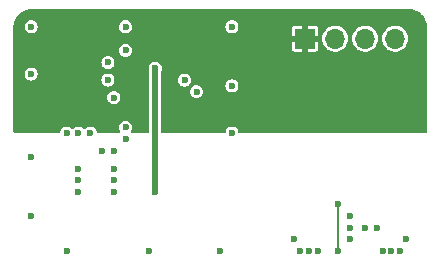
<source format=gbl>
G04 #@! TF.GenerationSoftware,KiCad,Pcbnew,8.0.8*
G04 #@! TF.CreationDate,2025-05-21T17:39:24-04:00*
G04 #@! TF.ProjectId,project-TPS62933-breakout,70726f6a-6563-4742-9d54-505336323933,rev?*
G04 #@! TF.SameCoordinates,Original*
G04 #@! TF.FileFunction,Copper,L4,Bot*
G04 #@! TF.FilePolarity,Positive*
%FSLAX46Y46*%
G04 Gerber Fmt 4.6, Leading zero omitted, Abs format (unit mm)*
G04 Created by KiCad (PCBNEW 8.0.8) date 2025-05-21 17:39:24*
%MOMM*%
%LPD*%
G01*
G04 APERTURE LIST*
G04 #@! TA.AperFunction,ComponentPad*
%ADD10R,1.700000X1.700000*%
G04 #@! TD*
G04 #@! TA.AperFunction,ComponentPad*
%ADD11O,1.700000X1.700000*%
G04 #@! TD*
G04 #@! TA.AperFunction,ViaPad*
%ADD12C,0.600000*%
G04 #@! TD*
G04 #@! TA.AperFunction,Conductor*
%ADD13C,0.200000*%
G04 #@! TD*
G04 #@! TA.AperFunction,Conductor*
%ADD14C,0.500000*%
G04 #@! TD*
G04 APERTURE END LIST*
D10*
X48200000Y-21000000D03*
D11*
X50740000Y-21000000D03*
X53280000Y-21000000D03*
X55820000Y-21000000D03*
D12*
X32000000Y-26000000D03*
X31500000Y-23000000D03*
X56250000Y-39000000D03*
X56750000Y-38000000D03*
X54750000Y-39000000D03*
X32000000Y-34000000D03*
X25000000Y-36000000D03*
X54250000Y-37000000D03*
X25000000Y-31000000D03*
X31500000Y-24500000D03*
X33000000Y-29500000D03*
X32000000Y-32000000D03*
X25000000Y-20000000D03*
X30000000Y-29000000D03*
X29000000Y-34000000D03*
X29000000Y-33000000D03*
X52000000Y-36000000D03*
X42000000Y-29000000D03*
X32000000Y-30500000D03*
X25000000Y-24000000D03*
X35000000Y-39000000D03*
X52000000Y-37000000D03*
X33000000Y-22000000D03*
X47750000Y-39000000D03*
X47250000Y-38000000D03*
X39000000Y-25500000D03*
X53250000Y-37000000D03*
X29000000Y-32000000D03*
X48500000Y-39000000D03*
X42000000Y-25000000D03*
X28000000Y-29000000D03*
X52000000Y-38000000D03*
X33000000Y-20000000D03*
X41000000Y-39000000D03*
X33000000Y-28500000D03*
X29000000Y-29000000D03*
X31000000Y-30500000D03*
X32000000Y-33000000D03*
X49250000Y-39000000D03*
X42000000Y-20000000D03*
X55500000Y-39000000D03*
X38000000Y-24500000D03*
X28000000Y-39000000D03*
X35500000Y-34000000D03*
X51000000Y-39000000D03*
X35500000Y-23500000D03*
X51000000Y-35000000D03*
X27000000Y-26000000D03*
X25000000Y-28000000D03*
X25000000Y-27000000D03*
X27000000Y-27000000D03*
X26000000Y-28000000D03*
X26000000Y-27000000D03*
X25000000Y-26000000D03*
X26000000Y-26000000D03*
X27000000Y-28000000D03*
D13*
X51000000Y-35000000D02*
X51000000Y-39000000D01*
D14*
X35500000Y-23500000D02*
X35500000Y-34000000D01*
G04 #@! TA.AperFunction,Conductor*
G36*
X57004418Y-18500816D02*
G01*
X57204561Y-18515130D01*
X57222063Y-18517647D01*
X57413797Y-18559355D01*
X57430755Y-18564334D01*
X57614609Y-18632909D01*
X57630701Y-18640259D01*
X57802904Y-18734288D01*
X57817784Y-18743849D01*
X57974867Y-18861441D01*
X57988237Y-18873027D01*
X58126972Y-19011762D01*
X58138558Y-19025132D01*
X58256146Y-19182210D01*
X58265711Y-19197095D01*
X58359740Y-19369298D01*
X58367090Y-19385390D01*
X58435662Y-19569236D01*
X58440646Y-19586212D01*
X58482351Y-19777931D01*
X58484869Y-19795442D01*
X58499184Y-19995580D01*
X58499500Y-20004427D01*
X58499500Y-28876000D01*
X58479815Y-28943039D01*
X58427011Y-28988794D01*
X58375500Y-29000000D01*
X42663995Y-29000000D01*
X42596956Y-28980315D01*
X42551201Y-28927511D01*
X42541056Y-28892187D01*
X42540571Y-28888507D01*
X42536330Y-28856291D01*
X42480861Y-28722375D01*
X42392621Y-28607379D01*
X42277625Y-28519139D01*
X42277624Y-28519138D01*
X42277622Y-28519137D01*
X42143712Y-28463671D01*
X42143710Y-28463670D01*
X42143709Y-28463670D01*
X42071854Y-28454210D01*
X42000001Y-28444750D01*
X41999999Y-28444750D01*
X41856291Y-28463670D01*
X41856287Y-28463671D01*
X41722377Y-28519137D01*
X41607379Y-28607379D01*
X41519137Y-28722377D01*
X41463671Y-28856287D01*
X41463670Y-28856291D01*
X41458944Y-28892187D01*
X41430677Y-28956083D01*
X41372352Y-28994553D01*
X41336005Y-29000000D01*
X36124500Y-29000000D01*
X36057461Y-28980315D01*
X36011706Y-28927511D01*
X36000500Y-28876000D01*
X36000500Y-25499999D01*
X38444750Y-25499999D01*
X38444750Y-25500000D01*
X38463670Y-25643708D01*
X38463671Y-25643712D01*
X38519137Y-25777622D01*
X38519138Y-25777624D01*
X38519139Y-25777625D01*
X38607379Y-25892621D01*
X38722375Y-25980861D01*
X38856291Y-26036330D01*
X38983280Y-26053048D01*
X38999999Y-26055250D01*
X39000000Y-26055250D01*
X39000001Y-26055250D01*
X39014977Y-26053278D01*
X39143709Y-26036330D01*
X39277625Y-25980861D01*
X39392621Y-25892621D01*
X39480861Y-25777625D01*
X39536330Y-25643709D01*
X39555250Y-25500000D01*
X39536330Y-25356291D01*
X39480861Y-25222375D01*
X39392621Y-25107379D01*
X39277625Y-25019139D01*
X39277624Y-25019138D01*
X39277622Y-25019137D01*
X39231418Y-24999999D01*
X41444750Y-24999999D01*
X41444750Y-25000000D01*
X41463670Y-25143708D01*
X41463671Y-25143712D01*
X41519137Y-25277622D01*
X41519138Y-25277624D01*
X41519139Y-25277625D01*
X41607379Y-25392621D01*
X41722375Y-25480861D01*
X41856291Y-25536330D01*
X41983280Y-25553048D01*
X41999999Y-25555250D01*
X42000000Y-25555250D01*
X42000001Y-25555250D01*
X42014977Y-25553278D01*
X42143709Y-25536330D01*
X42277625Y-25480861D01*
X42392621Y-25392621D01*
X42480861Y-25277625D01*
X42536330Y-25143709D01*
X42555250Y-25000000D01*
X42536330Y-24856291D01*
X42480861Y-24722375D01*
X42392621Y-24607379D01*
X42277625Y-24519139D01*
X42277624Y-24519138D01*
X42277622Y-24519137D01*
X42143712Y-24463671D01*
X42143710Y-24463670D01*
X42143709Y-24463670D01*
X42071854Y-24454210D01*
X42000001Y-24444750D01*
X41999999Y-24444750D01*
X41856291Y-24463670D01*
X41856287Y-24463671D01*
X41722377Y-24519137D01*
X41607379Y-24607379D01*
X41519137Y-24722377D01*
X41463671Y-24856287D01*
X41463670Y-24856291D01*
X41444750Y-24999999D01*
X39231418Y-24999999D01*
X39143712Y-24963671D01*
X39143710Y-24963670D01*
X39143709Y-24963670D01*
X39071854Y-24954210D01*
X39000001Y-24944750D01*
X38999999Y-24944750D01*
X38856291Y-24963670D01*
X38856287Y-24963671D01*
X38722377Y-25019137D01*
X38607379Y-25107379D01*
X38519137Y-25222377D01*
X38463671Y-25356287D01*
X38463670Y-25356291D01*
X38444750Y-25499999D01*
X36000500Y-25499999D01*
X36000500Y-24499999D01*
X37444750Y-24499999D01*
X37444750Y-24500000D01*
X37463670Y-24643708D01*
X37463671Y-24643712D01*
X37519137Y-24777622D01*
X37519138Y-24777624D01*
X37519139Y-24777625D01*
X37607379Y-24892621D01*
X37722375Y-24980861D01*
X37856291Y-25036330D01*
X37983280Y-25053048D01*
X37999999Y-25055250D01*
X38000000Y-25055250D01*
X38000001Y-25055250D01*
X38014977Y-25053278D01*
X38143709Y-25036330D01*
X38277625Y-24980861D01*
X38392621Y-24892621D01*
X38480861Y-24777625D01*
X38536330Y-24643709D01*
X38555250Y-24500000D01*
X38536330Y-24356291D01*
X38480861Y-24222375D01*
X38392621Y-24107379D01*
X38277625Y-24019139D01*
X38277624Y-24019138D01*
X38277622Y-24019137D01*
X38143712Y-23963671D01*
X38143710Y-23963670D01*
X38143709Y-23963670D01*
X38071854Y-23954210D01*
X38000001Y-23944750D01*
X37999999Y-23944750D01*
X37856291Y-23963670D01*
X37856287Y-23963671D01*
X37722377Y-24019137D01*
X37607379Y-24107379D01*
X37519137Y-24222377D01*
X37463671Y-24356287D01*
X37463670Y-24356291D01*
X37444750Y-24499999D01*
X36000500Y-24499999D01*
X36000500Y-23754875D01*
X36009939Y-23707422D01*
X36036330Y-23643709D01*
X36055250Y-23500000D01*
X36036330Y-23356291D01*
X35980861Y-23222375D01*
X35892621Y-23107379D01*
X35777625Y-23019139D01*
X35777624Y-23019138D01*
X35777622Y-23019137D01*
X35643712Y-22963671D01*
X35643710Y-22963670D01*
X35643709Y-22963670D01*
X35571854Y-22954210D01*
X35500001Y-22944750D01*
X35499999Y-22944750D01*
X35356291Y-22963670D01*
X35356287Y-22963671D01*
X35222377Y-23019137D01*
X35107379Y-23107379D01*
X35019137Y-23222377D01*
X34963671Y-23356287D01*
X34963670Y-23356291D01*
X34944750Y-23499999D01*
X34944750Y-23500000D01*
X34963670Y-23643708D01*
X34963670Y-23643709D01*
X34990061Y-23707422D01*
X34999500Y-23754875D01*
X34999500Y-28876000D01*
X34979815Y-28943039D01*
X34927011Y-28988794D01*
X34875500Y-29000000D01*
X33561674Y-29000000D01*
X33494635Y-28980315D01*
X33448880Y-28927511D01*
X33438936Y-28858353D01*
X33463298Y-28800514D01*
X33468665Y-28793518D01*
X33480861Y-28777625D01*
X33536330Y-28643709D01*
X33555250Y-28500000D01*
X33536330Y-28356291D01*
X33480861Y-28222375D01*
X33392621Y-28107379D01*
X33277625Y-28019139D01*
X33277624Y-28019138D01*
X33277622Y-28019137D01*
X33143712Y-27963671D01*
X33143710Y-27963670D01*
X33143709Y-27963670D01*
X33071854Y-27954210D01*
X33000001Y-27944750D01*
X32999999Y-27944750D01*
X32856291Y-27963670D01*
X32856287Y-27963671D01*
X32722377Y-28019137D01*
X32607379Y-28107379D01*
X32519137Y-28222377D01*
X32463671Y-28356287D01*
X32463670Y-28356291D01*
X32444750Y-28499999D01*
X32444750Y-28500000D01*
X32463670Y-28643708D01*
X32463671Y-28643712D01*
X32519138Y-28777623D01*
X32519139Y-28777625D01*
X32536702Y-28800514D01*
X32561896Y-28865684D01*
X32547857Y-28934128D01*
X32499043Y-28984118D01*
X32438326Y-29000000D01*
X30663995Y-29000000D01*
X30596956Y-28980315D01*
X30551201Y-28927511D01*
X30541056Y-28892187D01*
X30540571Y-28888507D01*
X30536330Y-28856291D01*
X30480861Y-28722375D01*
X30392621Y-28607379D01*
X30277625Y-28519139D01*
X30277624Y-28519138D01*
X30277622Y-28519137D01*
X30143712Y-28463671D01*
X30143710Y-28463670D01*
X30143709Y-28463670D01*
X30071854Y-28454210D01*
X30000001Y-28444750D01*
X29999999Y-28444750D01*
X29856291Y-28463670D01*
X29856287Y-28463671D01*
X29722377Y-28519137D01*
X29664877Y-28563259D01*
X29607379Y-28607379D01*
X29607378Y-28607380D01*
X29607377Y-28607381D01*
X29598375Y-28619113D01*
X29541947Y-28660316D01*
X29472201Y-28664470D01*
X29411281Y-28630257D01*
X29401625Y-28619113D01*
X29399782Y-28616711D01*
X29392621Y-28607379D01*
X29277625Y-28519139D01*
X29277624Y-28519138D01*
X29277622Y-28519137D01*
X29143712Y-28463671D01*
X29143710Y-28463670D01*
X29143709Y-28463670D01*
X29071854Y-28454210D01*
X29000001Y-28444750D01*
X28999999Y-28444750D01*
X28856291Y-28463670D01*
X28856287Y-28463671D01*
X28722377Y-28519137D01*
X28664877Y-28563259D01*
X28607379Y-28607379D01*
X28607378Y-28607380D01*
X28607377Y-28607381D01*
X28598375Y-28619113D01*
X28541947Y-28660316D01*
X28472201Y-28664470D01*
X28411281Y-28630257D01*
X28401625Y-28619113D01*
X28399782Y-28616711D01*
X28392621Y-28607379D01*
X28277625Y-28519139D01*
X28277624Y-28519138D01*
X28277622Y-28519137D01*
X28143712Y-28463671D01*
X28143710Y-28463670D01*
X28143709Y-28463670D01*
X28071854Y-28454210D01*
X28000001Y-28444750D01*
X27999999Y-28444750D01*
X27856291Y-28463670D01*
X27856287Y-28463671D01*
X27722377Y-28519137D01*
X27607379Y-28607379D01*
X27519137Y-28722377D01*
X27463671Y-28856287D01*
X27463670Y-28856291D01*
X27458944Y-28892187D01*
X27430677Y-28956083D01*
X27372352Y-28994553D01*
X27336005Y-29000000D01*
X23624500Y-29000000D01*
X23557461Y-28980315D01*
X23511706Y-28927511D01*
X23500500Y-28876000D01*
X23500500Y-25999999D01*
X31444750Y-25999999D01*
X31444750Y-26000000D01*
X31463670Y-26143708D01*
X31463671Y-26143712D01*
X31519137Y-26277622D01*
X31519138Y-26277624D01*
X31519139Y-26277625D01*
X31607379Y-26392621D01*
X31722375Y-26480861D01*
X31856291Y-26536330D01*
X31983280Y-26553048D01*
X31999999Y-26555250D01*
X32000000Y-26555250D01*
X32000001Y-26555250D01*
X32014977Y-26553278D01*
X32143709Y-26536330D01*
X32277625Y-26480861D01*
X32392621Y-26392621D01*
X32480861Y-26277625D01*
X32536330Y-26143709D01*
X32555250Y-26000000D01*
X32536330Y-25856291D01*
X32480861Y-25722375D01*
X32392621Y-25607379D01*
X32277625Y-25519139D01*
X32277624Y-25519138D01*
X32277622Y-25519137D01*
X32143712Y-25463671D01*
X32143710Y-25463670D01*
X32143709Y-25463670D01*
X32071854Y-25454210D01*
X32000001Y-25444750D01*
X31999999Y-25444750D01*
X31856291Y-25463670D01*
X31856287Y-25463671D01*
X31722377Y-25519137D01*
X31607379Y-25607379D01*
X31519137Y-25722377D01*
X31463671Y-25856287D01*
X31463670Y-25856291D01*
X31444750Y-25999999D01*
X23500500Y-25999999D01*
X23500500Y-23999999D01*
X24444750Y-23999999D01*
X24444750Y-24000000D01*
X24463670Y-24143708D01*
X24463671Y-24143712D01*
X24519137Y-24277622D01*
X24519138Y-24277624D01*
X24519139Y-24277625D01*
X24607379Y-24392621D01*
X24722375Y-24480861D01*
X24856291Y-24536330D01*
X24983280Y-24553048D01*
X24999999Y-24555250D01*
X25000000Y-24555250D01*
X25000001Y-24555250D01*
X25014977Y-24553278D01*
X25143709Y-24536330D01*
X25231421Y-24499999D01*
X30944750Y-24499999D01*
X30944750Y-24500000D01*
X30963670Y-24643708D01*
X30963671Y-24643712D01*
X31019137Y-24777622D01*
X31019138Y-24777624D01*
X31019139Y-24777625D01*
X31107379Y-24892621D01*
X31222375Y-24980861D01*
X31356291Y-25036330D01*
X31483280Y-25053048D01*
X31499999Y-25055250D01*
X31500000Y-25055250D01*
X31500001Y-25055250D01*
X31514977Y-25053278D01*
X31643709Y-25036330D01*
X31777625Y-24980861D01*
X31892621Y-24892621D01*
X31980861Y-24777625D01*
X32036330Y-24643709D01*
X32055250Y-24500000D01*
X32036330Y-24356291D01*
X31980861Y-24222375D01*
X31892621Y-24107379D01*
X31777625Y-24019139D01*
X31777624Y-24019138D01*
X31777622Y-24019137D01*
X31643712Y-23963671D01*
X31643710Y-23963670D01*
X31643709Y-23963670D01*
X31571854Y-23954210D01*
X31500001Y-23944750D01*
X31499999Y-23944750D01*
X31356291Y-23963670D01*
X31356287Y-23963671D01*
X31222377Y-24019137D01*
X31107379Y-24107379D01*
X31019137Y-24222377D01*
X30963671Y-24356287D01*
X30963670Y-24356291D01*
X30944750Y-24499999D01*
X25231421Y-24499999D01*
X25277625Y-24480861D01*
X25392621Y-24392621D01*
X25480861Y-24277625D01*
X25536330Y-24143709D01*
X25555250Y-24000000D01*
X25536330Y-23856291D01*
X25480861Y-23722375D01*
X25392621Y-23607379D01*
X25277625Y-23519139D01*
X25277624Y-23519138D01*
X25277622Y-23519137D01*
X25143712Y-23463671D01*
X25143710Y-23463670D01*
X25143709Y-23463670D01*
X25071854Y-23454210D01*
X25000001Y-23444750D01*
X24999999Y-23444750D01*
X24856291Y-23463670D01*
X24856287Y-23463671D01*
X24722377Y-23519137D01*
X24607379Y-23607379D01*
X24519137Y-23722377D01*
X24463671Y-23856287D01*
X24463670Y-23856291D01*
X24444750Y-23999999D01*
X23500500Y-23999999D01*
X23500500Y-22999999D01*
X30944750Y-22999999D01*
X30944750Y-23000000D01*
X30963670Y-23143708D01*
X30963671Y-23143712D01*
X31019137Y-23277622D01*
X31019138Y-23277624D01*
X31019139Y-23277625D01*
X31107379Y-23392621D01*
X31222375Y-23480861D01*
X31356291Y-23536330D01*
X31483280Y-23553048D01*
X31499999Y-23555250D01*
X31500000Y-23555250D01*
X31500001Y-23555250D01*
X31514977Y-23553278D01*
X31643709Y-23536330D01*
X31777625Y-23480861D01*
X31892621Y-23392621D01*
X31980861Y-23277625D01*
X32036330Y-23143709D01*
X32055250Y-23000000D01*
X32036330Y-22856291D01*
X31980861Y-22722375D01*
X31892621Y-22607379D01*
X31777625Y-22519139D01*
X31777624Y-22519138D01*
X31777622Y-22519137D01*
X31643712Y-22463671D01*
X31643710Y-22463670D01*
X31643709Y-22463670D01*
X31571854Y-22454210D01*
X31500001Y-22444750D01*
X31499999Y-22444750D01*
X31356291Y-22463670D01*
X31356287Y-22463671D01*
X31222377Y-22519137D01*
X31107379Y-22607379D01*
X31019137Y-22722377D01*
X30963671Y-22856287D01*
X30963670Y-22856291D01*
X30944750Y-22999999D01*
X23500500Y-22999999D01*
X23500500Y-22000000D01*
X32444750Y-22000000D01*
X32457915Y-22100000D01*
X32463670Y-22143708D01*
X32463671Y-22143712D01*
X32519137Y-22277622D01*
X32519138Y-22277624D01*
X32519139Y-22277625D01*
X32607379Y-22392621D01*
X32722375Y-22480861D01*
X32856291Y-22536330D01*
X32983280Y-22553048D01*
X32999999Y-22555250D01*
X33000000Y-22555250D01*
X33000001Y-22555250D01*
X33014977Y-22553278D01*
X33143709Y-22536330D01*
X33277625Y-22480861D01*
X33392621Y-22392621D01*
X33480861Y-22277625D01*
X33536330Y-22143709D01*
X33555250Y-22000000D01*
X33536330Y-21856291D01*
X33480861Y-21722375D01*
X33392621Y-21607379D01*
X33277625Y-21519139D01*
X33277624Y-21519138D01*
X33277622Y-21519137D01*
X33143712Y-21463671D01*
X33143710Y-21463670D01*
X33143709Y-21463670D01*
X33071854Y-21454210D01*
X33000001Y-21444750D01*
X32999999Y-21444750D01*
X32856291Y-21463670D01*
X32856287Y-21463671D01*
X32722377Y-21519137D01*
X32607379Y-21607379D01*
X32519137Y-21722377D01*
X32463671Y-21856287D01*
X32463670Y-21856291D01*
X32444750Y-22000000D01*
X23500500Y-22000000D01*
X23500500Y-20004427D01*
X23500658Y-20000000D01*
X24444750Y-20000000D01*
X24451656Y-20052459D01*
X24463670Y-20143708D01*
X24463671Y-20143712D01*
X24519137Y-20277622D01*
X24519138Y-20277624D01*
X24519139Y-20277625D01*
X24607379Y-20392621D01*
X24722375Y-20480861D01*
X24856291Y-20536330D01*
X24983280Y-20553048D01*
X24999999Y-20555250D01*
X25000000Y-20555250D01*
X25000001Y-20555250D01*
X25014977Y-20553278D01*
X25143709Y-20536330D01*
X25277625Y-20480861D01*
X25392621Y-20392621D01*
X25480861Y-20277625D01*
X25536330Y-20143709D01*
X25555250Y-20000000D01*
X32444750Y-20000000D01*
X32451656Y-20052459D01*
X32463670Y-20143708D01*
X32463671Y-20143712D01*
X32519137Y-20277622D01*
X32519138Y-20277624D01*
X32519139Y-20277625D01*
X32607379Y-20392621D01*
X32722375Y-20480861D01*
X32856291Y-20536330D01*
X32983280Y-20553048D01*
X32999999Y-20555250D01*
X33000000Y-20555250D01*
X33000001Y-20555250D01*
X33014977Y-20553278D01*
X33143709Y-20536330D01*
X33277625Y-20480861D01*
X33392621Y-20392621D01*
X33480861Y-20277625D01*
X33536330Y-20143709D01*
X33555250Y-20000000D01*
X41444750Y-20000000D01*
X41451656Y-20052459D01*
X41463670Y-20143708D01*
X41463671Y-20143712D01*
X41519137Y-20277622D01*
X41519138Y-20277624D01*
X41519139Y-20277625D01*
X41607379Y-20392621D01*
X41722375Y-20480861D01*
X41856291Y-20536330D01*
X41983280Y-20553048D01*
X41999999Y-20555250D01*
X42000000Y-20555250D01*
X42000001Y-20555250D01*
X42014977Y-20553278D01*
X42143709Y-20536330D01*
X42277625Y-20480861D01*
X42392621Y-20392621D01*
X42480861Y-20277625D01*
X42536330Y-20143709D01*
X42538744Y-20125371D01*
X47100000Y-20125371D01*
X47100000Y-20750000D01*
X47766988Y-20750000D01*
X47734075Y-20807007D01*
X47700000Y-20934174D01*
X47700000Y-21065826D01*
X47734075Y-21192993D01*
X47766988Y-21250000D01*
X47100000Y-21250000D01*
X47100000Y-21874628D01*
X47114503Y-21947540D01*
X47114505Y-21947544D01*
X47169760Y-22030239D01*
X47252455Y-22085494D01*
X47252459Y-22085496D01*
X47325371Y-22099999D01*
X47325374Y-22100000D01*
X47950000Y-22100000D01*
X47950000Y-21433012D01*
X48007007Y-21465925D01*
X48134174Y-21500000D01*
X48265826Y-21500000D01*
X48392993Y-21465925D01*
X48450000Y-21433012D01*
X48450000Y-22100000D01*
X49074626Y-22100000D01*
X49074628Y-22099999D01*
X49147540Y-22085496D01*
X49147544Y-22085494D01*
X49230239Y-22030239D01*
X49285494Y-21947544D01*
X49285496Y-21947540D01*
X49299999Y-21874628D01*
X49300000Y-21874626D01*
X49300000Y-21250000D01*
X48633012Y-21250000D01*
X48665925Y-21192993D01*
X48700000Y-21065826D01*
X48700000Y-20999999D01*
X49634785Y-20999999D01*
X49634785Y-21000000D01*
X49653602Y-21203082D01*
X49709417Y-21399247D01*
X49709422Y-21399260D01*
X49800327Y-21581821D01*
X49923237Y-21744581D01*
X50073958Y-21881980D01*
X50073960Y-21881982D01*
X50173141Y-21943392D01*
X50247363Y-21989348D01*
X50437544Y-22063024D01*
X50638024Y-22100500D01*
X50638026Y-22100500D01*
X50841974Y-22100500D01*
X50841976Y-22100500D01*
X51042456Y-22063024D01*
X51232637Y-21989348D01*
X51406041Y-21881981D01*
X51556764Y-21744579D01*
X51679673Y-21581821D01*
X51770582Y-21399250D01*
X51826397Y-21203083D01*
X51845215Y-21000000D01*
X51845215Y-20999999D01*
X52174785Y-20999999D01*
X52174785Y-21000000D01*
X52193602Y-21203082D01*
X52249417Y-21399247D01*
X52249422Y-21399260D01*
X52340327Y-21581821D01*
X52463237Y-21744581D01*
X52613958Y-21881980D01*
X52613960Y-21881982D01*
X52713141Y-21943392D01*
X52787363Y-21989348D01*
X52977544Y-22063024D01*
X53178024Y-22100500D01*
X53178026Y-22100500D01*
X53381974Y-22100500D01*
X53381976Y-22100500D01*
X53582456Y-22063024D01*
X53772637Y-21989348D01*
X53946041Y-21881981D01*
X54096764Y-21744579D01*
X54219673Y-21581821D01*
X54310582Y-21399250D01*
X54366397Y-21203083D01*
X54385215Y-21000000D01*
X54385215Y-20999999D01*
X54714785Y-20999999D01*
X54714785Y-21000000D01*
X54733602Y-21203082D01*
X54789417Y-21399247D01*
X54789422Y-21399260D01*
X54880327Y-21581821D01*
X55003237Y-21744581D01*
X55153958Y-21881980D01*
X55153960Y-21881982D01*
X55253141Y-21943392D01*
X55327363Y-21989348D01*
X55517544Y-22063024D01*
X55718024Y-22100500D01*
X55718026Y-22100500D01*
X55921974Y-22100500D01*
X55921976Y-22100500D01*
X56122456Y-22063024D01*
X56312637Y-21989348D01*
X56486041Y-21881981D01*
X56636764Y-21744579D01*
X56759673Y-21581821D01*
X56850582Y-21399250D01*
X56906397Y-21203083D01*
X56925215Y-21000000D01*
X56919115Y-20934174D01*
X56906397Y-20796917D01*
X56893048Y-20750000D01*
X56850582Y-20600750D01*
X56850159Y-20599901D01*
X56790885Y-20480861D01*
X56759673Y-20418179D01*
X56653532Y-20277625D01*
X56636762Y-20255418D01*
X56486041Y-20118019D01*
X56486039Y-20118017D01*
X56312642Y-20010655D01*
X56312635Y-20010651D01*
X56207082Y-19969760D01*
X56122456Y-19936976D01*
X55921976Y-19899500D01*
X55718024Y-19899500D01*
X55517544Y-19936976D01*
X55517541Y-19936976D01*
X55517541Y-19936977D01*
X55327364Y-20010651D01*
X55327357Y-20010655D01*
X55153960Y-20118017D01*
X55153958Y-20118019D01*
X55003237Y-20255418D01*
X54880327Y-20418178D01*
X54789422Y-20600739D01*
X54789417Y-20600752D01*
X54733602Y-20796917D01*
X54714785Y-20999999D01*
X54385215Y-20999999D01*
X54379115Y-20934174D01*
X54366397Y-20796917D01*
X54353048Y-20750000D01*
X54310582Y-20600750D01*
X54310159Y-20599901D01*
X54250885Y-20480861D01*
X54219673Y-20418179D01*
X54113532Y-20277625D01*
X54096762Y-20255418D01*
X53946041Y-20118019D01*
X53946039Y-20118017D01*
X53772642Y-20010655D01*
X53772635Y-20010651D01*
X53667082Y-19969760D01*
X53582456Y-19936976D01*
X53381976Y-19899500D01*
X53178024Y-19899500D01*
X52977544Y-19936976D01*
X52977541Y-19936976D01*
X52977541Y-19936977D01*
X52787364Y-20010651D01*
X52787357Y-20010655D01*
X52613960Y-20118017D01*
X52613958Y-20118019D01*
X52463237Y-20255418D01*
X52340327Y-20418178D01*
X52249422Y-20600739D01*
X52249417Y-20600752D01*
X52193602Y-20796917D01*
X52174785Y-20999999D01*
X51845215Y-20999999D01*
X51839115Y-20934174D01*
X51826397Y-20796917D01*
X51813048Y-20750000D01*
X51770582Y-20600750D01*
X51770159Y-20599901D01*
X51710885Y-20480861D01*
X51679673Y-20418179D01*
X51573532Y-20277625D01*
X51556762Y-20255418D01*
X51406041Y-20118019D01*
X51406039Y-20118017D01*
X51232642Y-20010655D01*
X51232635Y-20010651D01*
X51127082Y-19969760D01*
X51042456Y-19936976D01*
X50841976Y-19899500D01*
X50638024Y-19899500D01*
X50437544Y-19936976D01*
X50437541Y-19936976D01*
X50437541Y-19936977D01*
X50247364Y-20010651D01*
X50247357Y-20010655D01*
X50073960Y-20118017D01*
X50073958Y-20118019D01*
X49923237Y-20255418D01*
X49800327Y-20418178D01*
X49709422Y-20600739D01*
X49709417Y-20600752D01*
X49653602Y-20796917D01*
X49634785Y-20999999D01*
X48700000Y-20999999D01*
X48700000Y-20934174D01*
X48665925Y-20807007D01*
X48633012Y-20750000D01*
X49300000Y-20750000D01*
X49300000Y-20125373D01*
X49299999Y-20125371D01*
X49285496Y-20052459D01*
X49285494Y-20052455D01*
X49230239Y-19969760D01*
X49147544Y-19914505D01*
X49147540Y-19914503D01*
X49074627Y-19900000D01*
X48450000Y-19900000D01*
X48450000Y-20566988D01*
X48392993Y-20534075D01*
X48265826Y-20500000D01*
X48134174Y-20500000D01*
X48007007Y-20534075D01*
X47950000Y-20566988D01*
X47950000Y-19900000D01*
X47325373Y-19900000D01*
X47252459Y-19914503D01*
X47252455Y-19914505D01*
X47169760Y-19969760D01*
X47114505Y-20052455D01*
X47114503Y-20052459D01*
X47100000Y-20125371D01*
X42538744Y-20125371D01*
X42555250Y-20000000D01*
X42536330Y-19856291D01*
X42480861Y-19722375D01*
X42392621Y-19607379D01*
X42277625Y-19519139D01*
X42277624Y-19519138D01*
X42277622Y-19519137D01*
X42143712Y-19463671D01*
X42143710Y-19463670D01*
X42143709Y-19463670D01*
X42071854Y-19454210D01*
X42000001Y-19444750D01*
X41999999Y-19444750D01*
X41856291Y-19463670D01*
X41856287Y-19463671D01*
X41722377Y-19519137D01*
X41607379Y-19607379D01*
X41519137Y-19722377D01*
X41463671Y-19856287D01*
X41463670Y-19856291D01*
X41444750Y-20000000D01*
X33555250Y-20000000D01*
X33536330Y-19856291D01*
X33480861Y-19722375D01*
X33392621Y-19607379D01*
X33277625Y-19519139D01*
X33277624Y-19519138D01*
X33277622Y-19519137D01*
X33143712Y-19463671D01*
X33143710Y-19463670D01*
X33143709Y-19463670D01*
X33071854Y-19454210D01*
X33000001Y-19444750D01*
X32999999Y-19444750D01*
X32856291Y-19463670D01*
X32856287Y-19463671D01*
X32722377Y-19519137D01*
X32607379Y-19607379D01*
X32519137Y-19722377D01*
X32463671Y-19856287D01*
X32463670Y-19856291D01*
X32444750Y-20000000D01*
X25555250Y-20000000D01*
X25536330Y-19856291D01*
X25480861Y-19722375D01*
X25392621Y-19607379D01*
X25277625Y-19519139D01*
X25277624Y-19519138D01*
X25277622Y-19519137D01*
X25143712Y-19463671D01*
X25143710Y-19463670D01*
X25143709Y-19463670D01*
X25071854Y-19454210D01*
X25000001Y-19444750D01*
X24999999Y-19444750D01*
X24856291Y-19463670D01*
X24856287Y-19463671D01*
X24722377Y-19519137D01*
X24607379Y-19607379D01*
X24519137Y-19722377D01*
X24463671Y-19856287D01*
X24463670Y-19856291D01*
X24444750Y-20000000D01*
X23500658Y-20000000D01*
X23500816Y-19995581D01*
X23502663Y-19969760D01*
X23515130Y-19795436D01*
X23517646Y-19777938D01*
X23559356Y-19586199D01*
X23564333Y-19569248D01*
X23632911Y-19385385D01*
X23640259Y-19369298D01*
X23702815Y-19254734D01*
X23734291Y-19197089D01*
X23743845Y-19182221D01*
X23861448Y-19025123D01*
X23873020Y-19011769D01*
X24011769Y-18873020D01*
X24025123Y-18861448D01*
X24182221Y-18743845D01*
X24197089Y-18734291D01*
X24369298Y-18640258D01*
X24385385Y-18632911D01*
X24569248Y-18564333D01*
X24586199Y-18559356D01*
X24777938Y-18517646D01*
X24795436Y-18515130D01*
X24995582Y-18500816D01*
X25004428Y-18500500D01*
X25065892Y-18500500D01*
X56934108Y-18500500D01*
X56995572Y-18500500D01*
X57004418Y-18500816D01*
G37*
G04 #@! TD.AperFunction*
M02*

</source>
